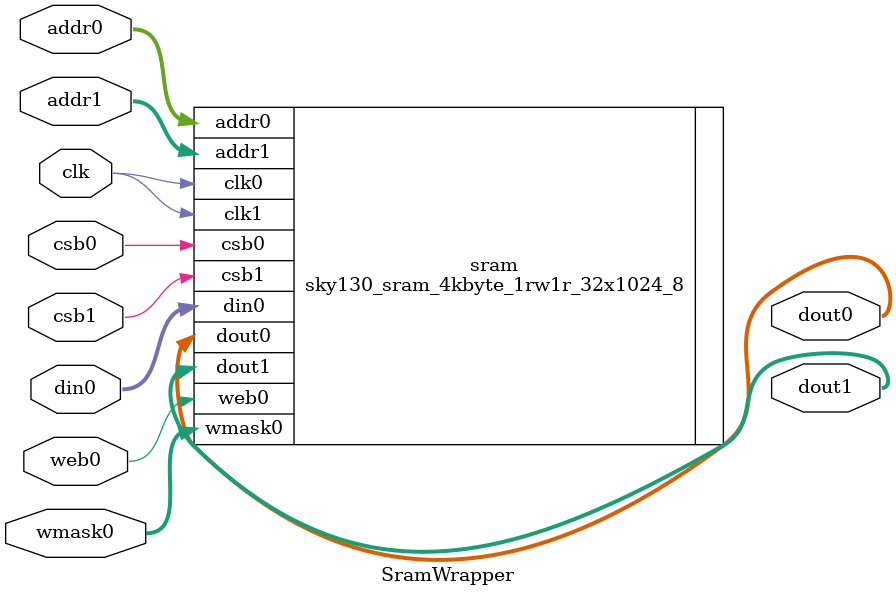
<source format=v>

module SramWrapper(
     clk,csb0,web0,wmask0,addr0,din0,dout0,csb1,addr1,dout1
);

  parameter NUM_WMASKS = 4;
  parameter DATA_WIDTH = 32 ;
  parameter ADDR_WIDTH = 10 ;

  input  clk; // clock
  input   csb0; // active low chip select
  input  web0; // active low write control
  input [NUM_WMASKS-1:0]   wmask0; // write mask
  input [ADDR_WIDTH-1:0]  addr0;
  input [DATA_WIDTH-1:0]  din0;
  output [DATA_WIDTH-1:0] dout0;
  input   csb1; // active low chip select
  input [ADDR_WIDTH-1:0]  addr1;
  output [DATA_WIDTH-1:0] dout1;


  sky130_sram_4kbyte_1rw1r_32x1024_8 sram(
    .clk0(clk),
    .csb0(csb0),
    .web0(web0),
    .wmask0(wmask0),
    .addr0(addr0),
    .din0(din0),
    .dout0(dout0),
    .clk1(clk),
    .csb1(csb1),
    .addr1(addr1),
    .dout1(dout1)
  );

endmodule

</source>
